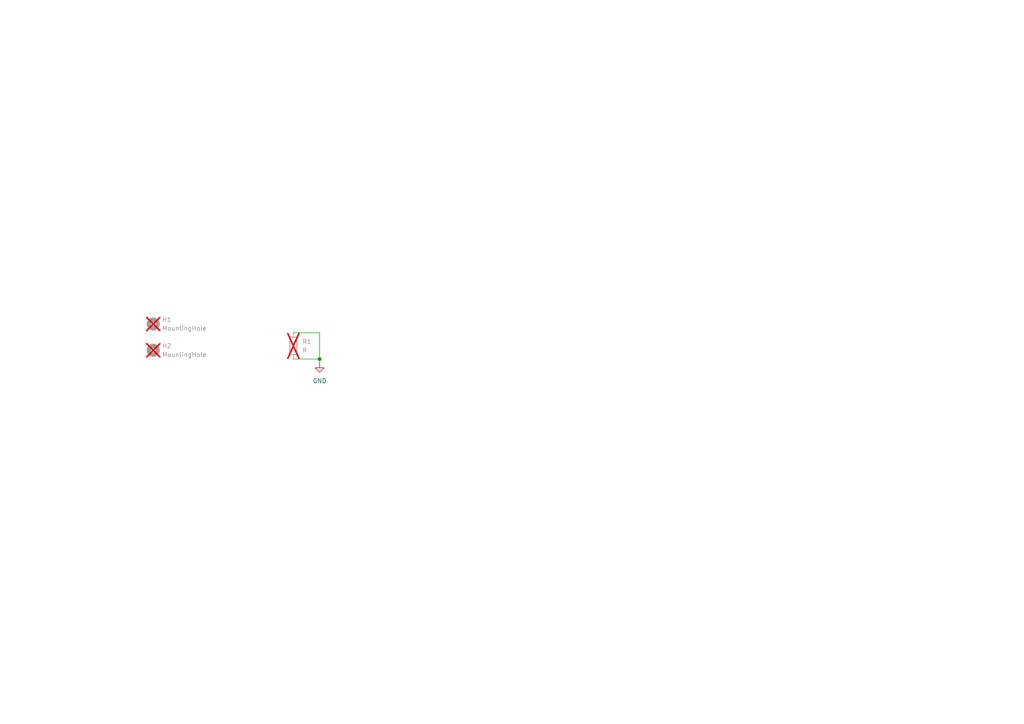
<source format=kicad_sch>
(kicad_sch (version 20250114) (generator "eeschema") (generator_version "9.0")
  (paper "A4")
  (lib_symbols
    (symbol "Device:R" (pin_numbers (hide yes)) (pin_names (offset 0))
      (property "Reference" "R" (at 2.032 0 90))
      (property "Value" "R" (at 0 0 90))
      (symbol "R_0_1"
        (rectangle (start -1.016 -2.54) (end 1.016 2.54) (stroke (width 0.254)))
      )
      (symbol "R_1_1"
        (pin passive line (at 0 3.81 270) (length 1.27) (name "~") (number "1"))
        (pin passive line (at 0 -3.81 90) (length 1.27) (name "~") (number "2"))
      )
    )
    (symbol "Mechanical:MountingHole" (pin_names (offset 1.016)) (in_bom no)
      (property "Reference" "H" (at 0 5.08 0))
      (property "Value" "MountingHole" (at 0 3.175 0))
      (symbol "MountingHole_0_1"
        (circle (center 0 0) (radius 1.27) (stroke (width 1.27)))
      )
    )
    (symbol "power:GND" (power) (pin_numbers (hide yes)) (pin_names (offset 0) (hide yes))
      (property "Value" "GND" (at 0 -3.81 0))
      (symbol "GND_0_1"
        (polyline (pts (xy 0 0) (xy 0 -1.27) (xy 1.27 -1.27) (xy 0 -2.54) (xy -1.27 -1.27) (xy 0 -1.27)))
      )
      (symbol "GND_1_1"
        (pin power_in line (at 0 0 270) (length 0) (name "~") (number "1"))
      )
    )
  )
  (junction (at 92.71 104.14))
  (wire (pts (xy 85.09 96.52) (xy 92.71 96.52)))
  (wire (pts (xy 85.09 104.14) (xy 92.71 104.14)))
  (wire (pts (xy 92.71 104.14) (xy 92.71 105.41)))
  (wire (pts (xy 92.71 96.52) (xy 92.71 104.14)))
  (symbol (lib_id "Device:R") (at 85.09 100.33 0) (unit 1) (dnp yes)
    (property "Reference" "R1" (at 87.63 99.0599 0) (effects (justify left)))
    (property "Value" "R" (at 87.63 101.5999 0) (effects (justify left)))
    (property "Footprint" "Resistor_SMD:R_0201_0603Metric" (effects (hide yes)))
    (property "Description" "Resistor" (effects (hide yes)))
  )
  (symbol (lib_id "power:GND") (at 92.71 105.41 0) (unit 1)
    (property "Reference" "#PWR01" (effects (hide yes)))
    (property "Value" "GND" (at 92.71 110.49 0))
    (property "Description" "Power symbol creates a global label with name \"GND\" , ground" (effects (hide yes)))
  )
  (symbol (lib_id "Mechanical:MountingHole") (at 44.45 93.98 0) (unit 1) (in_bom no) (dnp yes)
    (property "Reference" "H1" (at 46.99 92.7099 0) (effects (justify left)))
    (property "Value" "MountingHole" (at 46.99 95.2499 0) (effects (justify left)))
    (property "Footprint" "footprints:misrc_settings_all" (effects (hide yes)))
    (property "Description" "Mounting Hole without connection" (effects (hide yes)))
  )
  (symbol (lib_id "Mechanical:MountingHole") (at 44.45 101.6 0) (unit 1) (in_bom no) (dnp yes)
    (property "Reference" "H2" (at 46.99 100.3299 0) (effects (justify left)))
    (property "Value" "MountingHole" (at 46.99 102.8699 0) (effects (justify left)))
    (property "Footprint" "footprints:misrc_input_circuit" (effects (hide yes)))
    (property "Description" "Mounting Hole without connection" (effects (hide yes)))
  )
)
</source>
